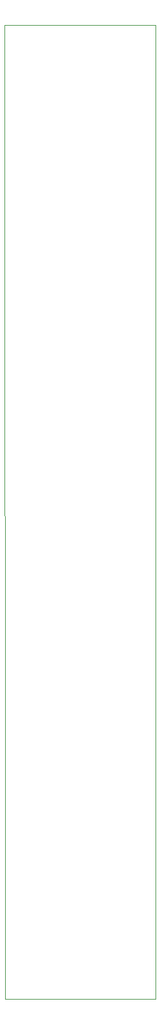
<source format=gbr>
%TF.GenerationSoftware,KiCad,Pcbnew,6.0.11+dfsg-1~bpo11+1*%
%TF.CreationDate,2023-04-14T10:24:36+08:00*%
%TF.ProjectId,MiniVerb - Front,4d696e69-5665-4726-9220-2d2046726f6e,rev?*%
%TF.SameCoordinates,Original*%
%TF.FileFunction,Profile,NP*%
%FSLAX46Y46*%
G04 Gerber Fmt 4.6, Leading zero omitted, Abs format (unit mm)*
G04 Created by KiCad (PCBNEW 6.0.11+dfsg-1~bpo11+1) date 2023-04-14 10:24:36*
%MOMM*%
%LPD*%
G01*
G04 APERTURE LIST*
%TA.AperFunction,Profile*%
%ADD10C,0.100000*%
%TD*%
G04 APERTURE END LIST*
D10*
X152159067Y-37055933D02*
X132159067Y-37055933D01*
X152209067Y-165555933D02*
X152159067Y-37055933D01*
X132159067Y-37055933D02*
X132259067Y-165555933D01*
X132259067Y-165555933D02*
X152209067Y-165555933D01*
M02*

</source>
